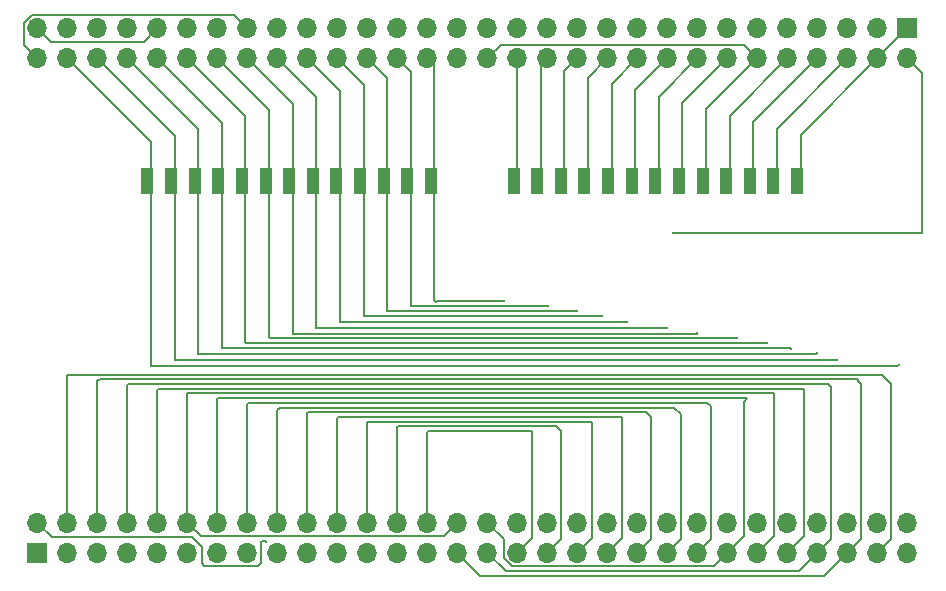
<source format=gtl>
G04 #@! TF.GenerationSoftware,KiCad,Pcbnew,8.0.1*
G04 #@! TF.CreationDate,2024-08-06T23:19:39+08:00*
G04 #@! TF.ProjectId,MatchBox v0.3,4d617463-6842-46f7-9820-76302e332e6b,rev?*
G04 #@! TF.SameCoordinates,Original*
G04 #@! TF.FileFunction,Copper,L1,Top*
G04 #@! TF.FilePolarity,Positive*
%FSLAX46Y46*%
G04 Gerber Fmt 4.6, Leading zero omitted, Abs format (unit mm)*
G04 Created by KiCad (PCBNEW 8.0.1) date 2024-08-06 23:19:39*
%MOMM*%
%LPD*%
G01*
G04 APERTURE LIST*
G04 #@! TA.AperFunction,SMDPad,CuDef*
%ADD10R,1.000000X2.277500*%
G04 #@! TD*
G04 #@! TA.AperFunction,ComponentPad*
%ADD11R,1.700000X1.700000*%
G04 #@! TD*
G04 #@! TA.AperFunction,ComponentPad*
%ADD12O,1.700000X1.700000*%
G04 #@! TD*
G04 #@! TA.AperFunction,ViaPad*
%ADD13C,0.300000*%
G04 #@! TD*
G04 #@! TA.AperFunction,Conductor*
%ADD14C,0.200000*%
G04 #@! TD*
G04 APERTURE END LIST*
D10*
X111800000Y-77588750D03*
D11*
X82475000Y-109100000D03*
D12*
X82475000Y-106560000D03*
X85015000Y-109100000D03*
X85015000Y-106560000D03*
X87555000Y-109100000D03*
X87555000Y-106560000D03*
X90095000Y-109100000D03*
X90095000Y-106560000D03*
X92635000Y-109100000D03*
X92635000Y-106560000D03*
X95175000Y-109100000D03*
X95175000Y-106560000D03*
X97715000Y-109100000D03*
X97715000Y-106560000D03*
X100255000Y-109100000D03*
X100255000Y-106560000D03*
X102795000Y-109100000D03*
X102795000Y-106560000D03*
X105335000Y-109100000D03*
X105335000Y-106560000D03*
X107875000Y-109100000D03*
X107875000Y-106560000D03*
X110415000Y-109100000D03*
X110415000Y-106560000D03*
X112955000Y-109100000D03*
X112955000Y-106560000D03*
X115495000Y-109100000D03*
X115495000Y-106560000D03*
X118035000Y-109100000D03*
X118035000Y-106560000D03*
X120575000Y-109100000D03*
X120575000Y-106560000D03*
X123115000Y-109100000D03*
X123115000Y-106560000D03*
X125655000Y-109100000D03*
X125655000Y-106560000D03*
X128195000Y-109100000D03*
X128195000Y-106560000D03*
X130735000Y-109100000D03*
X130735000Y-106560000D03*
X133275000Y-109100000D03*
X133275000Y-106560000D03*
X135815000Y-109100000D03*
X135815000Y-106560000D03*
X138355000Y-109100000D03*
X138355000Y-106560000D03*
X140895000Y-109100000D03*
X140895000Y-106560000D03*
X143435000Y-109100000D03*
X143435000Y-106560000D03*
X145975000Y-109100000D03*
X145975000Y-106560000D03*
X148515000Y-109100000D03*
X148515000Y-106560000D03*
X151055000Y-109100000D03*
X151055000Y-106560000D03*
X153595000Y-109100000D03*
X153595000Y-106560000D03*
X156135000Y-109100000D03*
X156135000Y-106560000D03*
D10*
X109800000Y-77588750D03*
X115800000Y-77588750D03*
X99800000Y-77588750D03*
X103800000Y-77588750D03*
X144800000Y-77588750D03*
X97800000Y-77588750D03*
X95800000Y-77588750D03*
X91800000Y-77588750D03*
X132800000Y-77588750D03*
X128800000Y-77588750D03*
X93800000Y-77588750D03*
X122800000Y-77588750D03*
X124800000Y-77588750D03*
X146800000Y-77588750D03*
X136800000Y-77588750D03*
X142800000Y-77588750D03*
X134800000Y-77588750D03*
X130800000Y-77588750D03*
X140800000Y-77588750D03*
X113800000Y-77588750D03*
X138800000Y-77588750D03*
X101800000Y-77588750D03*
X105800000Y-77588750D03*
X126800000Y-77588750D03*
X107800000Y-77588750D03*
D12*
X82475000Y-67240000D03*
X82475000Y-64700000D03*
X85015000Y-67240000D03*
X85015000Y-64700000D03*
X87555000Y-67240000D03*
X87555000Y-64700000D03*
X90095000Y-67240000D03*
X90095000Y-64700000D03*
X92635000Y-67240000D03*
X92635000Y-64700000D03*
X95175000Y-67240000D03*
X95175000Y-64700000D03*
X97715000Y-67240000D03*
X97715000Y-64700000D03*
X100255000Y-67240000D03*
X100255000Y-64700000D03*
X102795000Y-67240000D03*
X102795000Y-64700000D03*
X105335000Y-67240000D03*
X105335000Y-64700000D03*
X107875000Y-67240000D03*
X107875000Y-64700000D03*
X110415000Y-67240000D03*
X110415000Y-64700000D03*
X112955000Y-67240000D03*
X112955000Y-64700000D03*
X115495000Y-67240000D03*
X115495000Y-64700000D03*
X118035000Y-67240000D03*
X118035000Y-64700000D03*
X120575000Y-67240000D03*
X120575000Y-64700000D03*
X123115000Y-67240000D03*
X123115000Y-64700000D03*
X125655000Y-67240000D03*
X125655000Y-64700000D03*
X128195000Y-67240000D03*
X128195000Y-64700000D03*
X130735000Y-67240000D03*
X130735000Y-64700000D03*
X133275000Y-67240000D03*
X133275000Y-64700000D03*
X135815000Y-67240000D03*
X135815000Y-64700000D03*
X138355000Y-67240000D03*
X138355000Y-64700000D03*
X140895000Y-67240000D03*
X140895000Y-64700000D03*
X143435000Y-67240000D03*
X143435000Y-64700000D03*
X145975000Y-67240000D03*
X145975000Y-64700000D03*
X148515000Y-67240000D03*
X148515000Y-64700000D03*
X151055000Y-67240000D03*
X151055000Y-64700000D03*
X153595000Y-67240000D03*
X153595000Y-64700000D03*
X156135000Y-67240000D03*
D11*
X156135000Y-64700000D03*
D13*
X136265000Y-82000000D03*
X121965000Y-87800000D03*
X125700000Y-88200000D03*
X128195000Y-88600000D03*
X130258654Y-89100000D03*
X132425000Y-89600000D03*
X135765000Y-90100000D03*
X138355000Y-90500000D03*
X141695000Y-90900000D03*
X144285000Y-91350000D03*
X146250000Y-91850000D03*
X148515000Y-92200000D03*
X150200000Y-92800000D03*
X155400000Y-93200000D03*
X101815699Y-108175699D03*
D14*
X157400000Y-82000000D02*
X136265000Y-82000000D01*
X157400000Y-68505000D02*
X157400000Y-82000000D01*
X156135000Y-67240000D02*
X157400000Y-68505000D01*
X142285000Y-66090000D02*
X143435000Y-67240000D01*
X120575000Y-67240000D02*
X121725000Y-66090000D01*
X121725000Y-66090000D02*
X142285000Y-66090000D01*
X99105000Y-63550000D02*
X100255000Y-64700000D01*
X81325000Y-64223654D02*
X81998654Y-63550000D01*
X81325000Y-66090000D02*
X81325000Y-64223654D01*
X82475000Y-67240000D02*
X81325000Y-66090000D01*
X81998654Y-63550000D02*
X99105000Y-63550000D01*
X91485000Y-65850000D02*
X92635000Y-64700000D01*
X83625000Y-65850000D02*
X91485000Y-65850000D01*
X82475000Y-64700000D02*
X83625000Y-65850000D01*
X116300000Y-87800000D02*
X121965000Y-87800000D01*
X116250000Y-87850000D02*
X116300000Y-87800000D01*
X116100000Y-87700000D02*
X116250000Y-87850000D01*
X116100000Y-77588750D02*
X116100000Y-87700000D01*
X125650000Y-88250000D02*
X125700000Y-88200000D01*
X114100000Y-88250000D02*
X125650000Y-88250000D01*
X114100000Y-77588750D02*
X114100000Y-88250000D01*
X128145000Y-88650000D02*
X128195000Y-88600000D01*
X112100000Y-88650000D02*
X128145000Y-88650000D01*
X112100000Y-77588750D02*
X112100000Y-88650000D01*
X130208654Y-89050000D02*
X130258654Y-89100000D01*
X110100000Y-89050000D02*
X130208654Y-89050000D01*
X110100000Y-77588750D02*
X110100000Y-89050000D01*
X132375000Y-89550000D02*
X132425000Y-89600000D01*
X108100000Y-89550000D02*
X132375000Y-89550000D01*
X108100000Y-77588750D02*
X108100000Y-89550000D01*
X135715000Y-90050000D02*
X135765000Y-90100000D01*
X106100000Y-90050000D02*
X135715000Y-90050000D01*
X106100000Y-77588750D02*
X106100000Y-90050000D01*
X104150000Y-90550000D02*
X138305000Y-90550000D01*
X104100000Y-90500000D02*
X104150000Y-90550000D01*
X138305000Y-90550000D02*
X138355000Y-90500000D01*
X104100000Y-77588750D02*
X104100000Y-90500000D01*
X102100000Y-90850000D02*
X102200000Y-90950000D01*
X102200000Y-90950000D02*
X141645000Y-90950000D01*
X141645000Y-90950000D02*
X141695000Y-90900000D01*
X102100000Y-77588750D02*
X102100000Y-90850000D01*
X100100000Y-91300000D02*
X100150000Y-91350000D01*
X100100000Y-77588750D02*
X100100000Y-91300000D01*
X100150000Y-91350000D02*
X144285000Y-91350000D01*
X146200000Y-91800000D02*
X146250000Y-91850000D01*
X98100000Y-91800000D02*
X146200000Y-91800000D01*
X98100000Y-77588750D02*
X98100000Y-91800000D01*
X148415000Y-92300000D02*
X148515000Y-92200000D01*
X96100000Y-92300000D02*
X148415000Y-92300000D01*
X96100000Y-77588750D02*
X96100000Y-92300000D01*
X94100000Y-92800000D02*
X150200000Y-92800000D01*
X94100000Y-77588750D02*
X94100000Y-92800000D01*
X155300000Y-93300000D02*
X155400000Y-93200000D01*
X92100000Y-93300000D02*
X155300000Y-93300000D01*
X92100000Y-77588750D02*
X92100000Y-93300000D01*
X101750000Y-108110000D02*
X101815699Y-108175699D01*
X101490000Y-108110000D02*
X101750000Y-108110000D01*
X101405000Y-108195000D02*
X101490000Y-108110000D01*
X101405000Y-109795000D02*
X101405000Y-108195000D01*
X101400000Y-109800000D02*
X101405000Y-109795000D01*
X101150000Y-110250000D02*
X101400000Y-110000000D01*
X96400000Y-110000000D02*
X96600000Y-110200000D01*
X96650000Y-110250000D02*
X101150000Y-110250000D01*
X96400000Y-108600000D02*
X96400000Y-110000000D01*
X96600000Y-110200000D02*
X96650000Y-110250000D01*
X95600000Y-107800000D02*
X96400000Y-108600000D01*
X101400000Y-110000000D02*
X101400000Y-109800000D01*
X83715000Y-107800000D02*
X95600000Y-107800000D01*
X82475000Y-106560000D02*
X83715000Y-107800000D01*
X149105000Y-111050000D02*
X151055000Y-109100000D01*
X118035000Y-109100000D02*
X119985000Y-111050000D01*
X119985000Y-111050000D02*
X149105000Y-111050000D01*
X146965000Y-110650000D02*
X148515000Y-109100000D01*
X120575000Y-109100000D02*
X122125000Y-110650000D01*
X122125000Y-110650000D02*
X146965000Y-110650000D01*
X139745000Y-110250000D02*
X140895000Y-109100000D01*
X122638654Y-110250000D02*
X139745000Y-110250000D01*
X120575000Y-106560000D02*
X121965000Y-107950000D01*
X121965000Y-107950000D02*
X121965000Y-109576346D01*
X121965000Y-109576346D02*
X122638654Y-110250000D01*
X116885000Y-107710000D02*
X96325000Y-107710000D01*
X96325000Y-107710000D02*
X95175000Y-106560000D01*
X118035000Y-106560000D02*
X116885000Y-107710000D01*
X115495000Y-98920000D02*
X115600000Y-98815000D01*
X124400000Y-98815000D02*
X124400000Y-107815000D01*
X124400000Y-107815000D02*
X123115000Y-109100000D01*
X115495000Y-106560000D02*
X115495000Y-98920000D01*
X115600000Y-98815000D02*
X124400000Y-98815000D01*
X126805000Y-107950000D02*
X125655000Y-109100000D01*
X126805000Y-98820000D02*
X126805000Y-107950000D01*
X126400000Y-98415000D02*
X126805000Y-98820000D01*
X112985000Y-98415000D02*
X126400000Y-98415000D01*
X112955000Y-98445000D02*
X112985000Y-98415000D01*
X112955000Y-106560000D02*
X112955000Y-98445000D01*
X129400000Y-107895000D02*
X128195000Y-109100000D01*
X129400000Y-98015000D02*
X129400000Y-107895000D01*
X110430000Y-98015000D02*
X129400000Y-98015000D01*
X110415000Y-98030000D02*
X110430000Y-98015000D01*
X110415000Y-106560000D02*
X110415000Y-98030000D01*
X132000000Y-107835000D02*
X130735000Y-109100000D01*
X132000000Y-97615000D02*
X132000000Y-107835000D01*
X107985000Y-97615000D02*
X132000000Y-97615000D01*
X107875000Y-97725000D02*
X107985000Y-97615000D01*
X107875000Y-106560000D02*
X107875000Y-97725000D01*
X134425000Y-97640000D02*
X134425000Y-107950000D01*
X134000000Y-97215000D02*
X134425000Y-97640000D01*
X105385000Y-97215000D02*
X134000000Y-97215000D01*
X105335000Y-106560000D02*
X105335000Y-97265000D01*
X105335000Y-97265000D02*
X105385000Y-97215000D01*
X134425000Y-107950000D02*
X133275000Y-109100000D01*
X136965000Y-107950000D02*
X135815000Y-109100000D01*
X136965000Y-97380000D02*
X136965000Y-107950000D01*
X136400000Y-96815000D02*
X136965000Y-97380000D01*
X102795000Y-97005000D02*
X102985000Y-96815000D01*
X102795000Y-106560000D02*
X102795000Y-97005000D01*
X102985000Y-96815000D02*
X136400000Y-96815000D01*
X139505000Y-107950000D02*
X138355000Y-109100000D01*
X139505000Y-96720000D02*
X139505000Y-107950000D01*
X139200000Y-96415000D02*
X139505000Y-96720000D01*
X100385000Y-96415000D02*
X139200000Y-96415000D01*
X100255000Y-96545000D02*
X100385000Y-96415000D01*
X100255000Y-106560000D02*
X100255000Y-96545000D01*
X142285000Y-107710000D02*
X140895000Y-109100000D01*
X142285000Y-96330000D02*
X142285000Y-107710000D01*
X142600000Y-96015000D02*
X142285000Y-96330000D01*
X97785000Y-96015000D02*
X142600000Y-96015000D01*
X97715000Y-96085000D02*
X97785000Y-96015000D01*
X97715000Y-106560000D02*
X97715000Y-96085000D01*
X144825000Y-107710000D02*
X143435000Y-109100000D01*
X144800000Y-95615000D02*
X144825000Y-95640000D01*
X95185000Y-95615000D02*
X144800000Y-95615000D01*
X95175000Y-95625000D02*
X95185000Y-95615000D01*
X144825000Y-95640000D02*
X144825000Y-107710000D01*
X95175000Y-106560000D02*
X95175000Y-95625000D01*
X147365000Y-95250000D02*
X147365000Y-107710000D01*
X147400000Y-95215000D02*
X147365000Y-95250000D01*
X92785000Y-95215000D02*
X147400000Y-95215000D01*
X92635000Y-95365000D02*
X92785000Y-95215000D01*
X147365000Y-107710000D02*
X145975000Y-109100000D01*
X92635000Y-106560000D02*
X92635000Y-95365000D01*
X149665000Y-107950000D02*
X148515000Y-109100000D01*
X149665000Y-95080000D02*
X149665000Y-107950000D01*
X149400000Y-94815000D02*
X149665000Y-95080000D01*
X90200000Y-94815000D02*
X149400000Y-94815000D01*
X90095000Y-94920000D02*
X90200000Y-94815000D01*
X90095000Y-106560000D02*
X90095000Y-94920000D01*
X152205000Y-107950000D02*
X151055000Y-109100000D01*
X152205000Y-94805000D02*
X152205000Y-107950000D01*
X152000000Y-94600000D02*
X152205000Y-94805000D01*
X152000000Y-94415000D02*
X152000000Y-94600000D01*
X87785000Y-94415000D02*
X152000000Y-94415000D01*
X87555000Y-94460000D02*
X87740000Y-94460000D01*
X87555000Y-106560000D02*
X87555000Y-94460000D01*
X87740000Y-94460000D02*
X87785000Y-94415000D01*
X154745000Y-107950000D02*
X153595000Y-109100000D01*
X85015000Y-94015000D02*
X153985000Y-94015000D01*
X85015000Y-106560000D02*
X85015000Y-94015000D01*
X153985000Y-94015000D02*
X154745000Y-94775000D01*
X154745000Y-94775000D02*
X154745000Y-107950000D01*
X153595000Y-67240000D02*
X156135000Y-64700000D01*
X147100000Y-73735000D02*
X153595000Y-67240000D01*
X147100000Y-77588750D02*
X147100000Y-73735000D01*
X145100000Y-73195000D02*
X151055000Y-67240000D01*
X145100000Y-77588750D02*
X145100000Y-73195000D01*
X143100000Y-72655000D02*
X148515000Y-67240000D01*
X143100000Y-77588750D02*
X143100000Y-72655000D01*
X141100000Y-72115000D02*
X145975000Y-67240000D01*
X141100000Y-77588750D02*
X141100000Y-72115000D01*
X139100000Y-77588750D02*
X139100000Y-71575000D01*
X139100000Y-71575000D02*
X143435000Y-67240000D01*
X137100000Y-71035000D02*
X140895000Y-67240000D01*
X137100000Y-77588750D02*
X137100000Y-71035000D01*
X135100000Y-70495000D02*
X138355000Y-67240000D01*
X135100000Y-77588750D02*
X135100000Y-70495000D01*
X133100000Y-69955000D02*
X135815000Y-67240000D01*
X133100000Y-77588750D02*
X133100000Y-69955000D01*
X131100000Y-69415000D02*
X133275000Y-67240000D01*
X131100000Y-77588750D02*
X131100000Y-69415000D01*
X129100000Y-68875000D02*
X130735000Y-67240000D01*
X129100000Y-77588750D02*
X129100000Y-68875000D01*
X127100000Y-68335000D02*
X128195000Y-67240000D01*
X127100000Y-77588750D02*
X127100000Y-68335000D01*
X125100000Y-67795000D02*
X125655000Y-67240000D01*
X125100000Y-77588750D02*
X125100000Y-67795000D01*
X123100000Y-67255000D02*
X123115000Y-67240000D01*
X123100000Y-77588750D02*
X123100000Y-67255000D01*
X116100000Y-67845000D02*
X115495000Y-67240000D01*
X116100000Y-77588750D02*
X116100000Y-67845000D01*
X114100000Y-68385000D02*
X112955000Y-67240000D01*
X114100000Y-77588750D02*
X114100000Y-68385000D01*
X112100000Y-68925000D02*
X110415000Y-67240000D01*
X112100000Y-77588750D02*
X112100000Y-68925000D01*
X110100000Y-69465000D02*
X107875000Y-67240000D01*
X110100000Y-77588750D02*
X110100000Y-69465000D01*
X108100000Y-70005000D02*
X105335000Y-67240000D01*
X108100000Y-77588750D02*
X108100000Y-70005000D01*
X106100000Y-77588750D02*
X106100000Y-70545000D01*
X106100000Y-70545000D02*
X102795000Y-67240000D01*
X104100000Y-71085000D02*
X100255000Y-67240000D01*
X104100000Y-77588750D02*
X104100000Y-71085000D01*
X102100000Y-71625000D02*
X97715000Y-67240000D01*
X102100000Y-77588750D02*
X102100000Y-71625000D01*
X100100000Y-72165000D02*
X95175000Y-67240000D01*
X100100000Y-77588750D02*
X100100000Y-72165000D01*
X98100000Y-72705000D02*
X92635000Y-67240000D01*
X98100000Y-77588750D02*
X98100000Y-72705000D01*
X96100000Y-73245000D02*
X90095000Y-67240000D01*
X96100000Y-77588750D02*
X96100000Y-73245000D01*
X94100000Y-73785000D02*
X87555000Y-67240000D01*
X94100000Y-77588750D02*
X94100000Y-73785000D01*
X92100000Y-74325000D02*
X85015000Y-67240000D01*
X92100000Y-77588750D02*
X92100000Y-74325000D01*
M02*

</source>
